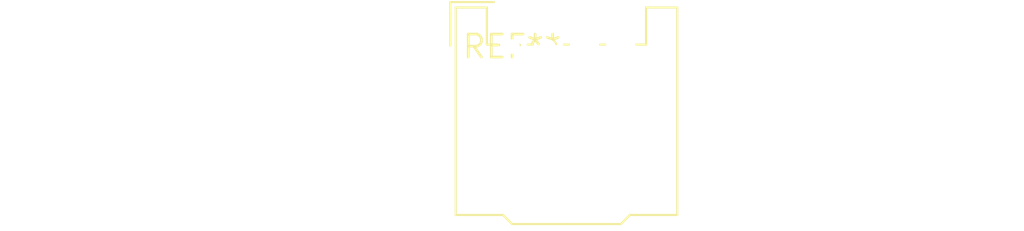
<source format=kicad_pcb>
(kicad_pcb (version 20240108) (generator pcbnew)
  (layers (0 "F.Cu" signal) (31 "B.Cu" signal) (34 "B.Paste" user) (35 "F.Paste" user) (36 "B.SilkS" user "B.Silkscreen") (37 "F.SilkS" user "F.Silkscreen") (38 "B.Mask" user) (39 "F.Mask" user) (44 "Edge.Cuts" user))
  (net 0 "")
  (footprint "Molex_MicroClasp_55935-0410_1x04_P2.00mm_Horizontal" (layer "F.Cu") (at 0 0)
    (property "Reference" "REF**")
    (property "Value" "Molex_MicroClasp_55935-0410_1x04_P2.00mm_Horizontal")
    (fp_line (start -3.41 -2.46) (end -1 -2.46) (layer "F.SilkS") (stroke (width 0.12)))
    (fp_line (start -3.41 -0.05) (end -3.41 -2.46) (layer "F.SilkS") (stroke (width 0.12)))
    (fp_line (start -3.11 -2.16) (end -1.39 -2.16) (layer "F.SilkS") (stroke (width 0.12)))
    (fp_line (start -3.11 9.31) (end -3.11 -2.16) (layer "F.SilkS") (stroke (width 0.12)))
    (fp_line (start -1.39 -2.16) (end -1.39 -0.11) (layer "F.SilkS") (stroke (width 0.12)))
    (fp_line (start -1.39 -0.11) (end -0.86 -0.11) (layer "F.SilkS") (stroke (width 0.12)))
    (fp_line (start -0.5 9.31) (end -3.11 9.31) (layer "F.SilkS") (stroke (width 0.12)))
    (fp_line (start 0 9.81) (end -0.5 9.31) (layer "F.SilkS") (stroke (width 0.12)))
    (fp_line (start 0.86 -0.11) (end 1.14 -0.11) (layer "F.SilkS") (stroke (width 0.12)))
    (fp_line (start 2.86 -0.11) (end 3.14 -0.11) (layer "F.SilkS") (stroke (width 0.12)))
    (fp_line (start 3 9.81) (end 0 9.81) (layer "F.SilkS") (stroke (width 0.12)))
    (fp_line (start 3 9.81) (end 6 9.81) (layer "F.SilkS") (stroke (width 0.12)))
    (fp_line (start 4.86 -0.11) (end 5.14 -0.11) (layer "F.SilkS") (stroke (width 0.12)))
    (fp_line (start 6 9.81) (end 6.5 9.31) (layer "F.SilkS") (stroke (width 0.12)))
    (fp_line (start 6.5 9.31) (end 9.11 9.31) (layer "F.SilkS") (stroke (width 0.12)))
    (fp_line (start 7.39 -2.16) (end 7.39 -0.11) (layer "F.SilkS") (stroke (width 0.12)))
    (fp_line (start 7.39 -0.11) (end 6.86 -0.11) (layer "F.SilkS") (stroke (width 0.12)))
    (fp_line (start 9.11 -2.16) (end 7.39 -2.16) (layer "F.SilkS") (stroke (width 0.12)))
    (fp_line (start 9.11 9.31) (end 9.11 -2.16) (layer "F.SilkS") (stroke (width 0.12)))
    (pad "" np_thru_hole circle (at -2 2.4) (size 1.2 1.2) (drill 1.2) (layers *.Cu *.Mask))
    (pad "" np_thru_hole circle (at 8 2.4) (size 1.2 1.2) (drill 1.2) (layers *.Cu *.Mask))
    (pad "1" thru_hole roundrect (at 0 0) (size 1.2 1.8) (drill 0.8) (layers *.Cu *.Mask) (remove_unused_layers) (roundrect_rratio 0.208333))
    (pad "2" thru_hole oval (at 2 0) (size 1.2 1.8) (drill 0.8) (layers *.Cu *.Mask) (remove_unused_layers))
    (pad "3" thru_hole oval (at 4 0) (size 1.2 1.8) (drill 0.8) (layers *.Cu *.Mask) (remove_unused_layers))
    (pad "4" thru_hole oval (at 6 0) (size 1.2 1.8) (drill 0.8) (layers *.Cu *.Mask) (remove_unused_layers))
  )
)
</source>
